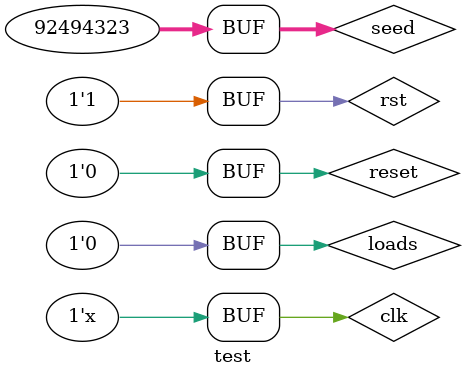
<source format=v>
`include "placement.v"

module test;
	reg clk;
	reg reset, rst;
        reg loads = 0;
        reg [31:0] seed = 98876742131;
	initial begin
		$dumpfile("placement.vcd");
		$dumpvars;
		clk = 0;
		reset = 0;
		#1 reset = 1;
		#23 reset = 0;
		#0 rst = 1; 
		#0 loads = 1;
		#2 loads = 0;
		//#50 rst = 0;
                //#140 $finish;
	end
	always #1 clk = !clk;
	wire out;
	placement p1 (out, clk, reset, loads, rst, seed);
endmodule

</source>
